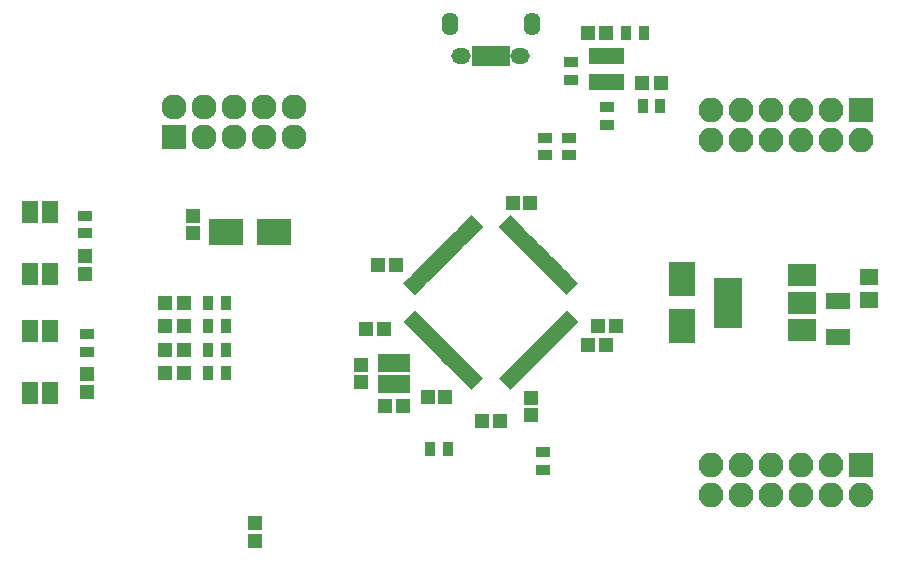
<source format=gts>
G04 #@! TF.FileFunction,Soldermask,Top*
%FSLAX46Y46*%
G04 Gerber Fmt 4.6, Leading zero omitted, Abs format (unit mm)*
G04 Created by KiCad (PCBNEW 4.0.7) date Tue Jan 16 16:57:22 2018*
%MOMM*%
%LPD*%
G01*
G04 APERTURE LIST*
%ADD10C,0.100000*%
%ADD11R,1.650000X1.400000*%
%ADD12R,2.000000X1.400000*%
%ADD13R,1.200000X1.150000*%
%ADD14R,1.150000X1.200000*%
%ADD15R,1.200000X1.200000*%
%ADD16R,2.200000X2.900000*%
%ADD17R,2.900000X2.200000*%
%ADD18R,1.300000X0.900000*%
%ADD19R,0.800000X1.750000*%
%ADD20O,1.650000X1.350000*%
%ADD21O,1.400000X1.950000*%
%ADD22R,2.100000X2.100000*%
%ADD23O,2.100000X2.100000*%
%ADD24R,0.900000X1.300000*%
%ADD25R,1.400000X1.950000*%
%ADD26R,2.400000X4.200000*%
%ADD27R,2.400000X1.900000*%
%ADD28R,1.050000X1.460000*%
%ADD29R,1.400000X1.550000*%
%ADD30R,2.127200X2.127200*%
%ADD31O,2.127200X2.127200*%
G04 APERTURE END LIST*
D10*
D11*
X122000000Y-72800000D03*
X122000000Y-74800000D03*
D12*
X119400000Y-74900000D03*
X119400000Y-77900000D03*
D13*
X99750000Y-52200000D03*
X98250000Y-52200000D03*
D14*
X64800000Y-67650000D03*
X64800000Y-69150000D03*
X79000000Y-81750000D03*
X79000000Y-80250000D03*
D13*
X81050000Y-83800000D03*
X82550000Y-83800000D03*
D14*
X55600000Y-72550000D03*
X55600000Y-71050000D03*
X55800000Y-82550000D03*
X55800000Y-81050000D03*
D13*
X99750000Y-78600000D03*
X98250000Y-78600000D03*
X84650000Y-83000000D03*
X86150000Y-83000000D03*
X79450000Y-77200000D03*
X80950000Y-77200000D03*
X81950000Y-71800000D03*
X80450000Y-71800000D03*
X100550000Y-77000000D03*
X99050000Y-77000000D03*
X93350000Y-66600000D03*
X91850000Y-66600000D03*
D14*
X93400000Y-84550000D03*
X93400000Y-83050000D03*
D15*
X62400000Y-81000000D03*
X64000000Y-81000000D03*
X62400000Y-75000000D03*
X64000000Y-75000000D03*
X62400000Y-77000000D03*
X64000000Y-77000000D03*
X62400000Y-79000000D03*
X64000000Y-79000000D03*
D16*
X106200000Y-77000000D03*
X106200000Y-73000000D03*
D15*
X104400000Y-56400000D03*
X102800000Y-56400000D03*
D17*
X71600000Y-69000000D03*
X67600000Y-69000000D03*
D18*
X99800000Y-58450000D03*
X99800000Y-59950000D03*
D19*
X91300000Y-54150000D03*
X90650000Y-54150000D03*
X90000000Y-54150000D03*
X89350000Y-54150000D03*
X88700000Y-54150000D03*
D20*
X92500000Y-54150000D03*
X87500000Y-54150000D03*
D21*
X93500000Y-51450000D03*
X86500000Y-51450000D03*
D22*
X121350000Y-88730000D03*
D23*
X121350000Y-91270000D03*
X118810000Y-88730000D03*
X118810000Y-91270000D03*
X116270000Y-88730000D03*
X116270000Y-91270000D03*
X113730000Y-88730000D03*
X113730000Y-91270000D03*
X111190000Y-88730000D03*
X111190000Y-91270000D03*
X108650000Y-88730000D03*
X108650000Y-91270000D03*
D22*
X121350000Y-58730000D03*
D23*
X121350000Y-61270000D03*
X118810000Y-58730000D03*
X118810000Y-61270000D03*
X116270000Y-58730000D03*
X116270000Y-61270000D03*
X113730000Y-58730000D03*
X113730000Y-61270000D03*
X111190000Y-58730000D03*
X111190000Y-61270000D03*
X108650000Y-58730000D03*
X108650000Y-61270000D03*
D24*
X67550000Y-81000000D03*
X66050000Y-81000000D03*
X67550000Y-75000000D03*
X66050000Y-75000000D03*
X67550000Y-77000000D03*
X66050000Y-77000000D03*
X67550000Y-79000000D03*
X66050000Y-79000000D03*
D18*
X96600000Y-61050000D03*
X96600000Y-62550000D03*
X94600000Y-61050000D03*
X94600000Y-62550000D03*
D24*
X102950000Y-52200000D03*
X101450000Y-52200000D03*
D18*
X96800000Y-54650000D03*
X96800000Y-56150000D03*
D24*
X102850000Y-58400000D03*
X104350000Y-58400000D03*
X84850000Y-87400000D03*
X86350000Y-87400000D03*
D18*
X94400000Y-89150000D03*
X94400000Y-87650000D03*
X55600000Y-67650000D03*
X55600000Y-69150000D03*
X55800000Y-79150000D03*
X55800000Y-77650000D03*
D25*
X52650000Y-67375000D03*
X52650000Y-72625000D03*
X50950000Y-72625000D03*
X50950000Y-67375000D03*
X52650000Y-77375000D03*
X52650000Y-82625000D03*
X50950000Y-82625000D03*
X50950000Y-77375000D03*
D26*
X110050000Y-75000000D03*
D27*
X116350000Y-75000000D03*
X116350000Y-72700000D03*
X116350000Y-77300000D03*
D28*
X98850000Y-56300000D03*
X99800000Y-56300000D03*
X100750000Y-56300000D03*
X100750000Y-54100000D03*
X98850000Y-54100000D03*
X99800000Y-54100000D03*
D10*
G36*
X83052676Y-77103642D02*
X82593057Y-76644023D01*
X83583006Y-75654074D01*
X84042625Y-76113693D01*
X83052676Y-77103642D01*
X83052676Y-77103642D01*
G37*
G36*
X83406229Y-77457196D02*
X82946610Y-76997577D01*
X83936559Y-76007628D01*
X84396178Y-76467247D01*
X83406229Y-77457196D01*
X83406229Y-77457196D01*
G37*
G36*
X83759783Y-77810749D02*
X83300164Y-77351130D01*
X84290113Y-76361181D01*
X84749732Y-76820800D01*
X83759783Y-77810749D01*
X83759783Y-77810749D01*
G37*
G36*
X84113336Y-78164302D02*
X83653717Y-77704683D01*
X84643666Y-76714734D01*
X85103285Y-77174353D01*
X84113336Y-78164302D01*
X84113336Y-78164302D01*
G37*
G36*
X84466889Y-78517856D02*
X84007270Y-78058237D01*
X84997219Y-77068288D01*
X85456838Y-77527907D01*
X84466889Y-78517856D01*
X84466889Y-78517856D01*
G37*
G36*
X84820443Y-78871409D02*
X84360824Y-78411790D01*
X85350773Y-77421841D01*
X85810392Y-77881460D01*
X84820443Y-78871409D01*
X84820443Y-78871409D01*
G37*
G36*
X85173996Y-79224963D02*
X84714377Y-78765344D01*
X85704326Y-77775395D01*
X86163945Y-78235014D01*
X85173996Y-79224963D01*
X85173996Y-79224963D01*
G37*
G36*
X85527550Y-79578516D02*
X85067931Y-79118897D01*
X86057880Y-78128948D01*
X86517499Y-78588567D01*
X85527550Y-79578516D01*
X85527550Y-79578516D01*
G37*
G36*
X85881103Y-79932069D02*
X85421484Y-79472450D01*
X86411433Y-78482501D01*
X86871052Y-78942120D01*
X85881103Y-79932069D01*
X85881103Y-79932069D01*
G37*
G36*
X86234656Y-80285623D02*
X85775037Y-79826004D01*
X86764986Y-78836055D01*
X87224605Y-79295674D01*
X86234656Y-80285623D01*
X86234656Y-80285623D01*
G37*
G36*
X86588210Y-80639176D02*
X86128591Y-80179557D01*
X87118540Y-79189608D01*
X87578159Y-79649227D01*
X86588210Y-80639176D01*
X86588210Y-80639176D01*
G37*
G36*
X86941763Y-80992730D02*
X86482144Y-80533111D01*
X87472093Y-79543162D01*
X87931712Y-80002781D01*
X86941763Y-80992730D01*
X86941763Y-80992730D01*
G37*
G36*
X87295317Y-81346283D02*
X86835698Y-80886664D01*
X87825647Y-79896715D01*
X88285266Y-80356334D01*
X87295317Y-81346283D01*
X87295317Y-81346283D01*
G37*
G36*
X87648870Y-81699836D02*
X87189251Y-81240217D01*
X88179200Y-80250268D01*
X88638819Y-80709887D01*
X87648870Y-81699836D01*
X87648870Y-81699836D01*
G37*
G36*
X88002423Y-82053390D02*
X87542804Y-81593771D01*
X88532753Y-80603822D01*
X88992372Y-81063441D01*
X88002423Y-82053390D01*
X88002423Y-82053390D01*
G37*
G36*
X88355977Y-82406943D02*
X87896358Y-81947324D01*
X88886307Y-80957375D01*
X89345926Y-81416994D01*
X88355977Y-82406943D01*
X88355977Y-82406943D01*
G37*
G36*
X92103642Y-81947324D02*
X91644023Y-82406943D01*
X90654074Y-81416994D01*
X91113693Y-80957375D01*
X92103642Y-81947324D01*
X92103642Y-81947324D01*
G37*
G36*
X92457196Y-81593771D02*
X91997577Y-82053390D01*
X91007628Y-81063441D01*
X91467247Y-80603822D01*
X92457196Y-81593771D01*
X92457196Y-81593771D01*
G37*
G36*
X92810749Y-81240217D02*
X92351130Y-81699836D01*
X91361181Y-80709887D01*
X91820800Y-80250268D01*
X92810749Y-81240217D01*
X92810749Y-81240217D01*
G37*
G36*
X93164302Y-80886664D02*
X92704683Y-81346283D01*
X91714734Y-80356334D01*
X92174353Y-79896715D01*
X93164302Y-80886664D01*
X93164302Y-80886664D01*
G37*
G36*
X93517856Y-80533111D02*
X93058237Y-80992730D01*
X92068288Y-80002781D01*
X92527907Y-79543162D01*
X93517856Y-80533111D01*
X93517856Y-80533111D01*
G37*
G36*
X93871409Y-80179557D02*
X93411790Y-80639176D01*
X92421841Y-79649227D01*
X92881460Y-79189608D01*
X93871409Y-80179557D01*
X93871409Y-80179557D01*
G37*
G36*
X94224963Y-79826004D02*
X93765344Y-80285623D01*
X92775395Y-79295674D01*
X93235014Y-78836055D01*
X94224963Y-79826004D01*
X94224963Y-79826004D01*
G37*
G36*
X94578516Y-79472450D02*
X94118897Y-79932069D01*
X93128948Y-78942120D01*
X93588567Y-78482501D01*
X94578516Y-79472450D01*
X94578516Y-79472450D01*
G37*
G36*
X94932069Y-79118897D02*
X94472450Y-79578516D01*
X93482501Y-78588567D01*
X93942120Y-78128948D01*
X94932069Y-79118897D01*
X94932069Y-79118897D01*
G37*
G36*
X95285623Y-78765344D02*
X94826004Y-79224963D01*
X93836055Y-78235014D01*
X94295674Y-77775395D01*
X95285623Y-78765344D01*
X95285623Y-78765344D01*
G37*
G36*
X95639176Y-78411790D02*
X95179557Y-78871409D01*
X94189608Y-77881460D01*
X94649227Y-77421841D01*
X95639176Y-78411790D01*
X95639176Y-78411790D01*
G37*
G36*
X95992730Y-78058237D02*
X95533111Y-78517856D01*
X94543162Y-77527907D01*
X95002781Y-77068288D01*
X95992730Y-78058237D01*
X95992730Y-78058237D01*
G37*
G36*
X96346283Y-77704683D02*
X95886664Y-78164302D01*
X94896715Y-77174353D01*
X95356334Y-76714734D01*
X96346283Y-77704683D01*
X96346283Y-77704683D01*
G37*
G36*
X96699836Y-77351130D02*
X96240217Y-77810749D01*
X95250268Y-76820800D01*
X95709887Y-76361181D01*
X96699836Y-77351130D01*
X96699836Y-77351130D01*
G37*
G36*
X97053390Y-76997577D02*
X96593771Y-77457196D01*
X95603822Y-76467247D01*
X96063441Y-76007628D01*
X97053390Y-76997577D01*
X97053390Y-76997577D01*
G37*
G36*
X97406943Y-76644023D02*
X96947324Y-77103642D01*
X95957375Y-76113693D01*
X96416994Y-75654074D01*
X97406943Y-76644023D01*
X97406943Y-76644023D01*
G37*
G36*
X96416994Y-74345926D02*
X95957375Y-73886307D01*
X96947324Y-72896358D01*
X97406943Y-73355977D01*
X96416994Y-74345926D01*
X96416994Y-74345926D01*
G37*
G36*
X96063441Y-73992372D02*
X95603822Y-73532753D01*
X96593771Y-72542804D01*
X97053390Y-73002423D01*
X96063441Y-73992372D01*
X96063441Y-73992372D01*
G37*
G36*
X95709887Y-73638819D02*
X95250268Y-73179200D01*
X96240217Y-72189251D01*
X96699836Y-72648870D01*
X95709887Y-73638819D01*
X95709887Y-73638819D01*
G37*
G36*
X95356334Y-73285266D02*
X94896715Y-72825647D01*
X95886664Y-71835698D01*
X96346283Y-72295317D01*
X95356334Y-73285266D01*
X95356334Y-73285266D01*
G37*
G36*
X95002781Y-72931712D02*
X94543162Y-72472093D01*
X95533111Y-71482144D01*
X95992730Y-71941763D01*
X95002781Y-72931712D01*
X95002781Y-72931712D01*
G37*
G36*
X94649227Y-72578159D02*
X94189608Y-72118540D01*
X95179557Y-71128591D01*
X95639176Y-71588210D01*
X94649227Y-72578159D01*
X94649227Y-72578159D01*
G37*
G36*
X94295674Y-72224605D02*
X93836055Y-71764986D01*
X94826004Y-70775037D01*
X95285623Y-71234656D01*
X94295674Y-72224605D01*
X94295674Y-72224605D01*
G37*
G36*
X93942120Y-71871052D02*
X93482501Y-71411433D01*
X94472450Y-70421484D01*
X94932069Y-70881103D01*
X93942120Y-71871052D01*
X93942120Y-71871052D01*
G37*
G36*
X93588567Y-71517499D02*
X93128948Y-71057880D01*
X94118897Y-70067931D01*
X94578516Y-70527550D01*
X93588567Y-71517499D01*
X93588567Y-71517499D01*
G37*
G36*
X93235014Y-71163945D02*
X92775395Y-70704326D01*
X93765344Y-69714377D01*
X94224963Y-70173996D01*
X93235014Y-71163945D01*
X93235014Y-71163945D01*
G37*
G36*
X92881460Y-70810392D02*
X92421841Y-70350773D01*
X93411790Y-69360824D01*
X93871409Y-69820443D01*
X92881460Y-70810392D01*
X92881460Y-70810392D01*
G37*
G36*
X92527907Y-70456838D02*
X92068288Y-69997219D01*
X93058237Y-69007270D01*
X93517856Y-69466889D01*
X92527907Y-70456838D01*
X92527907Y-70456838D01*
G37*
G36*
X92174353Y-70103285D02*
X91714734Y-69643666D01*
X92704683Y-68653717D01*
X93164302Y-69113336D01*
X92174353Y-70103285D01*
X92174353Y-70103285D01*
G37*
G36*
X91820800Y-69749732D02*
X91361181Y-69290113D01*
X92351130Y-68300164D01*
X92810749Y-68759783D01*
X91820800Y-69749732D01*
X91820800Y-69749732D01*
G37*
G36*
X91467247Y-69396178D02*
X91007628Y-68936559D01*
X91997577Y-67946610D01*
X92457196Y-68406229D01*
X91467247Y-69396178D01*
X91467247Y-69396178D01*
G37*
G36*
X91113693Y-69042625D02*
X90654074Y-68583006D01*
X91644023Y-67593057D01*
X92103642Y-68052676D01*
X91113693Y-69042625D01*
X91113693Y-69042625D01*
G37*
G36*
X89345926Y-68583006D02*
X88886307Y-69042625D01*
X87896358Y-68052676D01*
X88355977Y-67593057D01*
X89345926Y-68583006D01*
X89345926Y-68583006D01*
G37*
G36*
X88992372Y-68936559D02*
X88532753Y-69396178D01*
X87542804Y-68406229D01*
X88002423Y-67946610D01*
X88992372Y-68936559D01*
X88992372Y-68936559D01*
G37*
G36*
X88638819Y-69290113D02*
X88179200Y-69749732D01*
X87189251Y-68759783D01*
X87648870Y-68300164D01*
X88638819Y-69290113D01*
X88638819Y-69290113D01*
G37*
G36*
X88285266Y-69643666D02*
X87825647Y-70103285D01*
X86835698Y-69113336D01*
X87295317Y-68653717D01*
X88285266Y-69643666D01*
X88285266Y-69643666D01*
G37*
G36*
X87931712Y-69997219D02*
X87472093Y-70456838D01*
X86482144Y-69466889D01*
X86941763Y-69007270D01*
X87931712Y-69997219D01*
X87931712Y-69997219D01*
G37*
G36*
X87578159Y-70350773D02*
X87118540Y-70810392D01*
X86128591Y-69820443D01*
X86588210Y-69360824D01*
X87578159Y-70350773D01*
X87578159Y-70350773D01*
G37*
G36*
X87224605Y-70704326D02*
X86764986Y-71163945D01*
X85775037Y-70173996D01*
X86234656Y-69714377D01*
X87224605Y-70704326D01*
X87224605Y-70704326D01*
G37*
G36*
X86871052Y-71057880D02*
X86411433Y-71517499D01*
X85421484Y-70527550D01*
X85881103Y-70067931D01*
X86871052Y-71057880D01*
X86871052Y-71057880D01*
G37*
G36*
X86517499Y-71411433D02*
X86057880Y-71871052D01*
X85067931Y-70881103D01*
X85527550Y-70421484D01*
X86517499Y-71411433D01*
X86517499Y-71411433D01*
G37*
G36*
X86163945Y-71764986D02*
X85704326Y-72224605D01*
X84714377Y-71234656D01*
X85173996Y-70775037D01*
X86163945Y-71764986D01*
X86163945Y-71764986D01*
G37*
G36*
X85810392Y-72118540D02*
X85350773Y-72578159D01*
X84360824Y-71588210D01*
X84820443Y-71128591D01*
X85810392Y-72118540D01*
X85810392Y-72118540D01*
G37*
G36*
X85456838Y-72472093D02*
X84997219Y-72931712D01*
X84007270Y-71941763D01*
X84466889Y-71482144D01*
X85456838Y-72472093D01*
X85456838Y-72472093D01*
G37*
G36*
X85103285Y-72825647D02*
X84643666Y-73285266D01*
X83653717Y-72295317D01*
X84113336Y-71835698D01*
X85103285Y-72825647D01*
X85103285Y-72825647D01*
G37*
G36*
X84749732Y-73179200D02*
X84290113Y-73638819D01*
X83300164Y-72648870D01*
X83759783Y-72189251D01*
X84749732Y-73179200D01*
X84749732Y-73179200D01*
G37*
G36*
X84396178Y-73532753D02*
X83936559Y-73992372D01*
X82946610Y-73002423D01*
X83406229Y-72542804D01*
X84396178Y-73532753D01*
X84396178Y-73532753D01*
G37*
G36*
X84042625Y-73886307D02*
X83583006Y-74345926D01*
X82593057Y-73355977D01*
X83052676Y-72896358D01*
X84042625Y-73886307D01*
X84042625Y-73886307D01*
G37*
D29*
X81100000Y-80125000D03*
X81100000Y-81875000D03*
X82500000Y-81875000D03*
X82500000Y-80125000D03*
D30*
X63200000Y-61000000D03*
D31*
X63200000Y-58460000D03*
X65740000Y-61000000D03*
X65740000Y-58460000D03*
X68280000Y-61000000D03*
X68280000Y-58460000D03*
X70820000Y-61000000D03*
X70820000Y-58460000D03*
X73360000Y-61000000D03*
X73360000Y-58460000D03*
D13*
X90750000Y-85000000D03*
X89250000Y-85000000D03*
D14*
X70000000Y-93650000D03*
X70000000Y-95150000D03*
M02*

</source>
